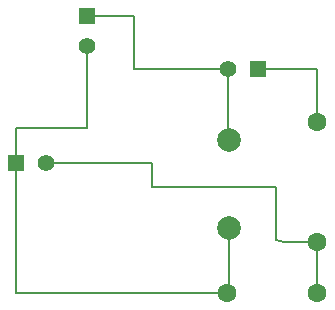
<source format=gbr>
%TF.GenerationSoftware,KiCad,Pcbnew,9.0.2*%
%TF.CreationDate,2025-06-02T11:27:28-03:00*%
%TF.ProjectId,PCB_BNC,5043425f-424e-4432-9e6b-696361645f70,rev?*%
%TF.SameCoordinates,Original*%
%TF.FileFunction,Copper,L1,Top*%
%TF.FilePolarity,Positive*%
%FSLAX46Y46*%
G04 Gerber Fmt 4.6, Leading zero omitted, Abs format (unit mm)*
G04 Created by KiCad (PCBNEW 9.0.2) date 2025-06-02 11:27:28*
%MOMM*%
%LPD*%
G01*
G04 APERTURE LIST*
%TA.AperFunction,ComponentPad*%
%ADD10R,1.398000X1.398000*%
%TD*%
%TA.AperFunction,ComponentPad*%
%ADD11C,1.398000*%
%TD*%
%TA.AperFunction,ComponentPad*%
%ADD12C,1.600000*%
%TD*%
%TA.AperFunction,ComponentPad*%
%ADD13C,2.000000*%
%TD*%
%TA.AperFunction,Conductor*%
%ADD14C,0.200000*%
%TD*%
G04 APERTURE END LIST*
D10*
%TO.P,J1,1*%
%TO.N,Net-(J1-Pad1)*%
X143000000Y-50500000D03*
D11*
%TO.P,J1,2*%
%TO.N,Net-(C1-Pad2)*%
X140460000Y-50500000D03*
%TD*%
D10*
%TO.P,J2,1*%
%TO.N,Net-(C1-Pad2)*%
X128500000Y-46000000D03*
D11*
%TO.P,J2,2*%
%TO.N,Net-(C1-Pad1)*%
X128500000Y-48540000D03*
%TD*%
D12*
%TO.P,L1,1,1*%
%TO.N,Net-(J1-Pad1)*%
X148000000Y-55000000D03*
%TO.P,L1,2,2*%
%TO.N,Net-(J3-Pad2)*%
X148000000Y-65160000D03*
%TD*%
D10*
%TO.P,J3,1*%
%TO.N,Net-(C1-Pad1)*%
X122500000Y-58500000D03*
D11*
%TO.P,J3,2*%
%TO.N,Net-(J3-Pad2)*%
X125040000Y-58500000D03*
%TD*%
D12*
%TO.P,R1,1*%
%TO.N,Net-(J3-Pad2)*%
X148000000Y-69500000D03*
%TO.P,R1,2*%
%TO.N,Net-(C1-Pad1)*%
X140380000Y-69500000D03*
%TD*%
D13*
%TO.P,C1,1*%
%TO.N,Net-(C1-Pad1)*%
X140500000Y-64000000D03*
%TO.P,C1,2*%
%TO.N,Net-(C1-Pad2)*%
X140500000Y-56500000D03*
%TD*%
D14*
%TO.N,Net-(C1-Pad1)*%
X128500000Y-55500000D02*
X128500000Y-48540000D01*
X122500000Y-55500000D02*
X128500000Y-55500000D01*
X140500000Y-69380000D02*
X140380000Y-69500000D01*
X140500000Y-64000000D02*
X140500000Y-69380000D01*
X122500000Y-69500000D02*
X140380000Y-69500000D01*
X122500000Y-58500000D02*
X122500000Y-55500000D01*
X122500000Y-58500000D02*
X122500000Y-69500000D01*
%TO.N,Net-(C1-Pad2)*%
X132500000Y-46000000D02*
X132500000Y-50500000D01*
X128500000Y-46000000D02*
X132500000Y-46000000D01*
X132500000Y-50500000D02*
X140460000Y-50500000D01*
X140460000Y-56460000D02*
X140500000Y-56500000D01*
X140460000Y-50500000D02*
X140460000Y-56460000D01*
%TO.N,Net-(J1-Pad1)*%
X148000000Y-55000000D02*
X148000000Y-50500000D01*
X148000000Y-50500000D02*
X143000000Y-50500000D01*
%TO.N,Net-(J3-Pad2)*%
X134000000Y-60500000D02*
X144500000Y-60500000D01*
X145160000Y-65160000D02*
X148000000Y-65160000D01*
X125040000Y-58500000D02*
X134000000Y-58500000D01*
X144500000Y-60500000D02*
X144500000Y-65000000D01*
X134000000Y-58500000D02*
X134000000Y-60500000D01*
X148000000Y-69500000D02*
X148000000Y-65160000D01*
X144500000Y-65000000D02*
X145160000Y-65160000D01*
%TD*%
M02*

</source>
